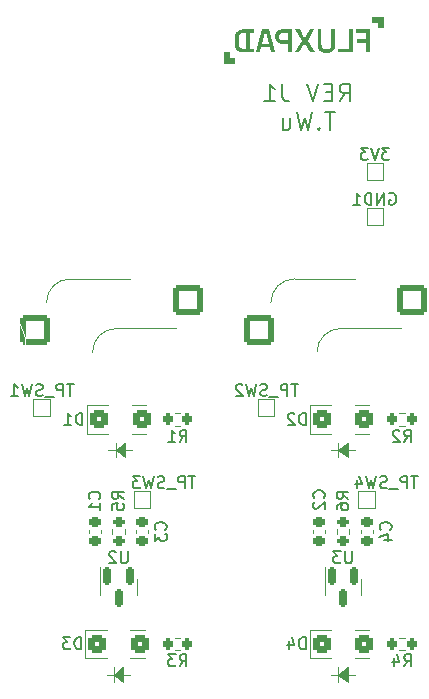
<source format=gbo>
%TF.GenerationSoftware,KiCad,Pcbnew,7.0.1*%
%TF.CreationDate,2023-03-19T16:45:44-04:00*%
%TF.ProjectId,Fluxpad,466c7578-7061-4642-9e6b-696361645f70,rev?*%
%TF.SameCoordinates,Original*%
%TF.FileFunction,Legend,Bot*%
%TF.FilePolarity,Positive*%
%FSLAX46Y46*%
G04 Gerber Fmt 4.6, Leading zero omitted, Abs format (unit mm)*
G04 Created by KiCad (PCBNEW 7.0.1) date 2023-03-19 16:45:44*
%MOMM*%
%LPD*%
G01*
G04 APERTURE LIST*
G04 Aperture macros list*
%AMRoundRect*
0 Rectangle with rounded corners*
0 $1 Rounding radius*
0 $2 $3 $4 $5 $6 $7 $8 $9 X,Y pos of 4 corners*
0 Add a 4 corners polygon primitive as box body*
4,1,4,$2,$3,$4,$5,$6,$7,$8,$9,$2,$3,0*
0 Add four circle primitives for the rounded corners*
1,1,$1+$1,$2,$3*
1,1,$1+$1,$4,$5*
1,1,$1+$1,$6,$7*
1,1,$1+$1,$8,$9*
0 Add four rect primitives between the rounded corners*
20,1,$1+$1,$2,$3,$4,$5,0*
20,1,$1+$1,$4,$5,$6,$7,0*
20,1,$1+$1,$6,$7,$8,$9,0*
20,1,$1+$1,$8,$9,$2,$3,0*%
G04 Aperture macros list end*
%ADD10C,0.000000*%
%ADD11C,0.175000*%
%ADD12C,0.200000*%
%ADD13C,0.150000*%
%ADD14C,0.120000*%
%ADD15C,0.100000*%
%ADD16C,1.448000*%
%ADD17C,1.750000*%
%ADD18RoundRect,0.150000X-0.150000X0.587500X-0.150000X-0.587500X0.150000X-0.587500X0.150000X0.587500X0*%
%ADD19RoundRect,0.250000X-1.025000X-1.000000X1.025000X-1.000000X1.025000X1.000000X-1.025000X1.000000X0*%
%ADD20C,3.050000*%
%ADD21C,4.000000*%
%ADD22C,2.800000*%
%ADD23C,2.000000*%
%ADD24R,2.000000X2.000000*%
%ADD25R,1.000000X1.000000*%
%ADD26RoundRect,0.200000X-0.200000X-0.275000X0.200000X-0.275000X0.200000X0.275000X-0.200000X0.275000X0*%
%ADD27RoundRect,0.225000X0.250000X-0.225000X0.250000X0.225000X-0.250000X0.225000X-0.250000X-0.225000X0*%
%ADD28RoundRect,0.200000X0.275000X-0.200000X0.275000X0.200000X-0.275000X0.200000X-0.275000X-0.200000X0*%
%ADD29RoundRect,0.300000X-0.450000X-0.500000X0.450000X-0.500000X0.450000X0.500000X-0.450000X0.500000X0*%
%ADD30O,2.000000X3.600000*%
%ADD31RoundRect,0.225000X-0.250000X0.225000X-0.250000X-0.225000X0.250000X-0.225000X0.250000X0.225000X0*%
%TA.AperFunction,Profile*%
%ADD32C,0.100000*%
%TD*%
G04 APERTURE END LIST*
D10*
G36*
X119900000Y-70400000D02*
G01*
X120400000Y-70400000D01*
X120400000Y-70900000D01*
X119400000Y-70900000D01*
X119400000Y-69900000D01*
X119900000Y-69900000D01*
X119900000Y-70400000D01*
G37*
G36*
X133000000Y-67900000D02*
G01*
X132500000Y-67900000D01*
X132500000Y-67400000D01*
X132000000Y-67400000D01*
X132000000Y-66900000D01*
X133000000Y-66900000D01*
X133000000Y-67900000D01*
G37*
D11*
G36*
X131809420Y-69930000D02*
G01*
X131809420Y-67970195D01*
X130588694Y-67970195D01*
X130588694Y-68275010D01*
X131470900Y-68275010D01*
X131470900Y-68793293D01*
X130659036Y-68793293D01*
X130659036Y-69101039D01*
X131470900Y-69101039D01*
X131470900Y-69930000D01*
X131809420Y-69930000D01*
G37*
G36*
X130312700Y-69930000D02*
G01*
X130312700Y-67970195D01*
X129974179Y-67970195D01*
X129974179Y-69624696D01*
X129055826Y-69624696D01*
X129055826Y-69930000D01*
X130312700Y-69930000D01*
G37*
G36*
X128102791Y-69969078D02*
G01*
X128131905Y-69968746D01*
X128160508Y-69967750D01*
X128188600Y-69966090D01*
X128216180Y-69963766D01*
X128243249Y-69960778D01*
X128269807Y-69957126D01*
X128295853Y-69952809D01*
X128321388Y-69947829D01*
X128346412Y-69942185D01*
X128370924Y-69935877D01*
X128394924Y-69928904D01*
X128418414Y-69921268D01*
X128441391Y-69912967D01*
X128463858Y-69904003D01*
X128485813Y-69894374D01*
X128507257Y-69884082D01*
X128528138Y-69873097D01*
X128548404Y-69861512D01*
X128568056Y-69849329D01*
X128587094Y-69836546D01*
X128605517Y-69823164D01*
X128623326Y-69809183D01*
X128640520Y-69794603D01*
X128657100Y-69779424D01*
X128673065Y-69763645D01*
X128688416Y-69747268D01*
X128703153Y-69730291D01*
X128717275Y-69712715D01*
X128730783Y-69694540D01*
X128743676Y-69675766D01*
X128755955Y-69656392D01*
X128767620Y-69636420D01*
X128778622Y-69615846D01*
X128788915Y-69594791D01*
X128798497Y-69573256D01*
X128807370Y-69551240D01*
X128815533Y-69528743D01*
X128822987Y-69505765D01*
X128829730Y-69482306D01*
X128835764Y-69458367D01*
X128841087Y-69433946D01*
X128845701Y-69409045D01*
X128849605Y-69383663D01*
X128852799Y-69357800D01*
X128855284Y-69331456D01*
X128857058Y-69304631D01*
X128858123Y-69277325D01*
X128858478Y-69249539D01*
X128858478Y-67970195D01*
X128522888Y-67970195D01*
X128522888Y-69257843D01*
X128522461Y-69282038D01*
X128521179Y-69305532D01*
X128519042Y-69328323D01*
X128516050Y-69350411D01*
X128512203Y-69371798D01*
X128507501Y-69392482D01*
X128501945Y-69412464D01*
X128495533Y-69431744D01*
X128488267Y-69450322D01*
X128480146Y-69468197D01*
X128466361Y-69493694D01*
X128450654Y-69517611D01*
X128433022Y-69539947D01*
X128413468Y-69560704D01*
X128392144Y-69579648D01*
X128369206Y-69596728D01*
X128344654Y-69611945D01*
X128318488Y-69625299D01*
X128300147Y-69633166D01*
X128281088Y-69640205D01*
X128261312Y-69646416D01*
X128240818Y-69651799D01*
X128219607Y-69656354D01*
X128197679Y-69660081D01*
X128175033Y-69662979D01*
X128151670Y-69665049D01*
X128127589Y-69666292D01*
X128102791Y-69666706D01*
X128077586Y-69666292D01*
X128053141Y-69665049D01*
X128029455Y-69662979D01*
X128006529Y-69660081D01*
X127984362Y-69656354D01*
X127962954Y-69651799D01*
X127942306Y-69646416D01*
X127922417Y-69640205D01*
X127903288Y-69633166D01*
X127884918Y-69625299D01*
X127867308Y-69616603D01*
X127842317Y-69602008D01*
X127819034Y-69585548D01*
X127797460Y-69567226D01*
X127790648Y-69560704D01*
X127771356Y-69539947D01*
X127753960Y-69517611D01*
X127738463Y-69493694D01*
X127724863Y-69468197D01*
X127716851Y-69450322D01*
X127709682Y-69431744D01*
X127703356Y-69412464D01*
X127697874Y-69392482D01*
X127693236Y-69371798D01*
X127689440Y-69350411D01*
X127686488Y-69328323D01*
X127684380Y-69305532D01*
X127683115Y-69282038D01*
X127682693Y-69257843D01*
X127682693Y-67970195D01*
X127346615Y-67970195D01*
X127346615Y-69249539D01*
X127346966Y-69277325D01*
X127348019Y-69304631D01*
X127349775Y-69331456D01*
X127352232Y-69357800D01*
X127355392Y-69383663D01*
X127359254Y-69409045D01*
X127363819Y-69433946D01*
X127369085Y-69458367D01*
X127375054Y-69482306D01*
X127381725Y-69505765D01*
X127389098Y-69528743D01*
X127397173Y-69551240D01*
X127405951Y-69573256D01*
X127415430Y-69594791D01*
X127425612Y-69615846D01*
X127436496Y-69636420D01*
X127447989Y-69656392D01*
X127460119Y-69675766D01*
X127472887Y-69694540D01*
X127486291Y-69712715D01*
X127500333Y-69730291D01*
X127515013Y-69747268D01*
X127530329Y-69763645D01*
X127546283Y-69779424D01*
X127562875Y-69794603D01*
X127580103Y-69809183D01*
X127597969Y-69823164D01*
X127616473Y-69836546D01*
X127635613Y-69849329D01*
X127655391Y-69861512D01*
X127675807Y-69873097D01*
X127696859Y-69884082D01*
X127718423Y-69894374D01*
X127740495Y-69904003D01*
X127763074Y-69912967D01*
X127786160Y-69921268D01*
X127809755Y-69928904D01*
X127833856Y-69935877D01*
X127858466Y-69942185D01*
X127883583Y-69947829D01*
X127909207Y-69952809D01*
X127935339Y-69957126D01*
X127961979Y-69960778D01*
X127989126Y-69963766D01*
X128016781Y-69966090D01*
X128044943Y-69967750D01*
X128073613Y-69968746D01*
X128102791Y-69969078D01*
G37*
G36*
X127095533Y-69930000D02*
G01*
X126504954Y-68941793D01*
X127087229Y-67970195D01*
X126703768Y-67970195D01*
X126286601Y-68703412D01*
X126238729Y-68703412D01*
X125824493Y-67970195D01*
X125438101Y-67970195D01*
X126020376Y-68941793D01*
X125432728Y-69930000D01*
X125816189Y-69930000D01*
X126238729Y-69179685D01*
X126286601Y-69179685D01*
X126709141Y-69930000D01*
X127095533Y-69930000D01*
G37*
G36*
X125171877Y-69930000D02*
G01*
X124833356Y-69930000D01*
X124833356Y-69196294D01*
X124379553Y-69196294D01*
X124357292Y-69196010D01*
X124335330Y-69195157D01*
X124313664Y-69193735D01*
X124292297Y-69191745D01*
X124271227Y-69189186D01*
X124250455Y-69186059D01*
X124229981Y-69182363D01*
X124209804Y-69178098D01*
X124189925Y-69173265D01*
X124170343Y-69167863D01*
X124151060Y-69161892D01*
X124132074Y-69155353D01*
X124113385Y-69148245D01*
X124094995Y-69140568D01*
X124076902Y-69132323D01*
X124059106Y-69123510D01*
X124050340Y-69118900D01*
X124033152Y-69109322D01*
X124008227Y-69094052D01*
X123984333Y-69077700D01*
X123961470Y-69060266D01*
X123939637Y-69041750D01*
X123918834Y-69022153D01*
X123899062Y-69001473D01*
X123880320Y-68979712D01*
X123862609Y-68956868D01*
X123845928Y-68932943D01*
X123835380Y-68916392D01*
X123825324Y-68899424D01*
X123815917Y-68882106D01*
X123807158Y-68864437D01*
X123799049Y-68846416D01*
X123791588Y-68828044D01*
X123784776Y-68809322D01*
X123778612Y-68790248D01*
X123773098Y-68770823D01*
X123768232Y-68751047D01*
X123764015Y-68730920D01*
X123760447Y-68710442D01*
X123757527Y-68689612D01*
X123755257Y-68668432D01*
X123753635Y-68646900D01*
X123752662Y-68625018D01*
X123752337Y-68602784D01*
X123752337Y-68597411D01*
X124091346Y-68597411D01*
X124091692Y-68614280D01*
X124093505Y-68638734D01*
X124096872Y-68662165D01*
X124101794Y-68684575D01*
X124108270Y-68705963D01*
X124116300Y-68726329D01*
X124125884Y-68745674D01*
X124137022Y-68763996D01*
X124149715Y-68781297D01*
X124163961Y-68797576D01*
X124179762Y-68812833D01*
X124190978Y-68822297D01*
X124208647Y-68835349D01*
X124227328Y-68847027D01*
X124247023Y-68857331D01*
X124267732Y-68866261D01*
X124289453Y-68873817D01*
X124312188Y-68880000D01*
X124335935Y-68884808D01*
X124360696Y-68888243D01*
X124386471Y-68890303D01*
X124413258Y-68890990D01*
X124833356Y-68890990D01*
X124833356Y-68275010D01*
X124413258Y-68275010D01*
X124394938Y-68275317D01*
X124368367Y-68276930D01*
X124342886Y-68279925D01*
X124318495Y-68284303D01*
X124295195Y-68290063D01*
X124272986Y-68297206D01*
X124251867Y-68305731D01*
X124231839Y-68315639D01*
X124212901Y-68326929D01*
X124195054Y-68339601D01*
X124178297Y-68353656D01*
X124167767Y-68363657D01*
X124153247Y-68379523D01*
X124140256Y-68396429D01*
X124128793Y-68414374D01*
X124118858Y-68433358D01*
X124110452Y-68453380D01*
X124103574Y-68474442D01*
X124098224Y-68496543D01*
X124094403Y-68519682D01*
X124092110Y-68543861D01*
X124091346Y-68569078D01*
X124091346Y-68597411D01*
X123752337Y-68597411D01*
X123752337Y-68563705D01*
X123752656Y-68541122D01*
X123753612Y-68518925D01*
X123755205Y-68497113D01*
X123757436Y-68475686D01*
X123760304Y-68454645D01*
X123763809Y-68433989D01*
X123767951Y-68413719D01*
X123772731Y-68393834D01*
X123778149Y-68374335D01*
X123784203Y-68355221D01*
X123790895Y-68336492D01*
X123798224Y-68318149D01*
X123806191Y-68300192D01*
X123819336Y-68273978D01*
X123833914Y-68248632D01*
X123849638Y-68224247D01*
X123866400Y-68200919D01*
X123884202Y-68178646D01*
X123903043Y-68157430D01*
X123922922Y-68137270D01*
X123943841Y-68118166D01*
X123965798Y-68100118D01*
X123988795Y-68083127D01*
X124012830Y-68067191D01*
X124037905Y-68052312D01*
X124055198Y-68042979D01*
X124072837Y-68034166D01*
X124090827Y-68025920D01*
X124109168Y-68018244D01*
X124127861Y-68011136D01*
X124146904Y-68004597D01*
X124166298Y-67998626D01*
X124186044Y-67993224D01*
X124206140Y-67988391D01*
X124226588Y-67984126D01*
X124247387Y-67980430D01*
X124268537Y-67977303D01*
X124290038Y-67974744D01*
X124311890Y-67972754D01*
X124334093Y-67971332D01*
X124356647Y-67970479D01*
X124379553Y-67970195D01*
X125171877Y-67970195D01*
X125171877Y-69930000D01*
G37*
G36*
X123775296Y-69930000D02*
G01*
X123428471Y-69930000D01*
X123310746Y-69482058D01*
X122579971Y-69482058D01*
X122462246Y-69930000D01*
X122114933Y-69930000D01*
X122322448Y-69173824D01*
X122658129Y-69173824D01*
X123232100Y-69173824D01*
X122969295Y-68180244D01*
X122921423Y-68180244D01*
X122658129Y-69173824D01*
X122322448Y-69173824D01*
X122652756Y-67970195D01*
X123237962Y-67970195D01*
X123775296Y-69930000D01*
G37*
G36*
X121930285Y-68266706D02*
G01*
X121667480Y-68266706D01*
X121667480Y-69633000D01*
X121930285Y-69633000D01*
X121930285Y-69930000D01*
X121132588Y-69930000D01*
X121108253Y-69929805D01*
X121084280Y-69929223D01*
X121060668Y-69928252D01*
X121037418Y-69926893D01*
X121014529Y-69925146D01*
X120992002Y-69923010D01*
X120969836Y-69920486D01*
X120948032Y-69917574D01*
X120926590Y-69914273D01*
X120905509Y-69910584D01*
X120884790Y-69906507D01*
X120864433Y-69902041D01*
X120844437Y-69897187D01*
X120824802Y-69891945D01*
X120805530Y-69886315D01*
X120786618Y-69880296D01*
X120749881Y-69867094D01*
X120714590Y-69852338D01*
X120680745Y-69836029D01*
X120648346Y-69818167D01*
X120617394Y-69798751D01*
X120587889Y-69777783D01*
X120559829Y-69755261D01*
X120533216Y-69731186D01*
X120520474Y-69718566D01*
X120496202Y-69692161D01*
X120473549Y-69664203D01*
X120452513Y-69634691D01*
X120433096Y-69603627D01*
X120415297Y-69571009D01*
X120399116Y-69536838D01*
X120384553Y-69501113D01*
X120377878Y-69482669D01*
X120371608Y-69463836D01*
X120365742Y-69444615D01*
X120360281Y-69425005D01*
X120355224Y-69405007D01*
X120350572Y-69384621D01*
X120346325Y-69363846D01*
X120342482Y-69342684D01*
X120339043Y-69321133D01*
X120336009Y-69299193D01*
X120333380Y-69276866D01*
X120331155Y-69254149D01*
X120329335Y-69231045D01*
X120327919Y-69207553D01*
X120326908Y-69183672D01*
X120326301Y-69159402D01*
X120326190Y-69145980D01*
X120662177Y-69145980D01*
X120662625Y-69174617D01*
X120663970Y-69202400D01*
X120666212Y-69229328D01*
X120669351Y-69255401D01*
X120673387Y-69280619D01*
X120678320Y-69304982D01*
X120684149Y-69328490D01*
X120690875Y-69351144D01*
X120698498Y-69372943D01*
X120707018Y-69393886D01*
X120716435Y-69413975D01*
X120726748Y-69433210D01*
X120737959Y-69451589D01*
X120750066Y-69469113D01*
X120763070Y-69485783D01*
X120776971Y-69501598D01*
X120791801Y-69516504D01*
X120807593Y-69530449D01*
X120824346Y-69543432D01*
X120842061Y-69555453D01*
X120860738Y-69566513D01*
X120880377Y-69576611D01*
X120900977Y-69585747D01*
X120922539Y-69593921D01*
X120945063Y-69601134D01*
X120968549Y-69607385D01*
X120992996Y-69612675D01*
X121018405Y-69617002D01*
X121044775Y-69620368D01*
X121072108Y-69622773D01*
X121100402Y-69624215D01*
X121129657Y-69624696D01*
X121331402Y-69624696D01*
X121331402Y-68275010D01*
X121129657Y-68275010D01*
X121100402Y-68275487D01*
X121072108Y-68276918D01*
X121044775Y-68279303D01*
X121018405Y-68282643D01*
X120992996Y-68286936D01*
X120968549Y-68292183D01*
X120945063Y-68298385D01*
X120922539Y-68305540D01*
X120900977Y-68313650D01*
X120880377Y-68322714D01*
X120860738Y-68332731D01*
X120842061Y-68343703D01*
X120824346Y-68355629D01*
X120807593Y-68368509D01*
X120791801Y-68382343D01*
X120776971Y-68397131D01*
X120763070Y-68412790D01*
X120750066Y-68429356D01*
X120737959Y-68446831D01*
X120726748Y-68465214D01*
X120716435Y-68484505D01*
X120707018Y-68504705D01*
X120698498Y-68525813D01*
X120690875Y-68547829D01*
X120684149Y-68570754D01*
X120678320Y-68594586D01*
X120673387Y-68619328D01*
X120669351Y-68644977D01*
X120666212Y-68671534D01*
X120663970Y-68699000D01*
X120662625Y-68727374D01*
X120662177Y-68756657D01*
X120662177Y-69145980D01*
X120326190Y-69145980D01*
X120326098Y-69134745D01*
X120326098Y-68764961D01*
X120326301Y-68740334D01*
X120326908Y-68716093D01*
X120327919Y-68692241D01*
X120329335Y-68668775D01*
X120331155Y-68645697D01*
X120333380Y-68623006D01*
X120336009Y-68600703D01*
X120339043Y-68578787D01*
X120342482Y-68557258D01*
X120346325Y-68536117D01*
X120350572Y-68515363D01*
X120355224Y-68494996D01*
X120360281Y-68475017D01*
X120365742Y-68455425D01*
X120371608Y-68436221D01*
X120377878Y-68417404D01*
X120391632Y-68380931D01*
X120407004Y-68346008D01*
X120423994Y-68312635D01*
X120442602Y-68280811D01*
X120462829Y-68250536D01*
X120484673Y-68221811D01*
X120508136Y-68194635D01*
X120533216Y-68169009D01*
X120546342Y-68156777D01*
X120573678Y-68133478D01*
X120602461Y-68111733D01*
X120632690Y-68091541D01*
X120664365Y-68072902D01*
X120697486Y-68055817D01*
X120732054Y-68040284D01*
X120768069Y-68026305D01*
X120786618Y-68019898D01*
X120805530Y-68013880D01*
X120824802Y-68008249D01*
X120844437Y-68003007D01*
X120864433Y-67998153D01*
X120884790Y-67993688D01*
X120905509Y-67989610D01*
X120926590Y-67985921D01*
X120948032Y-67982621D01*
X120969836Y-67979708D01*
X120992002Y-67977184D01*
X121014529Y-67975049D01*
X121037418Y-67973301D01*
X121060668Y-67971942D01*
X121084280Y-67970972D01*
X121108253Y-67970389D01*
X121132588Y-67970195D01*
X121930285Y-67970195D01*
X121930285Y-68266706D01*
G37*
D12*
X129214285Y-74078928D02*
X129714285Y-73364642D01*
X130071428Y-74078928D02*
X130071428Y-72578928D01*
X130071428Y-72578928D02*
X129499999Y-72578928D01*
X129499999Y-72578928D02*
X129357142Y-72650357D01*
X129357142Y-72650357D02*
X129285713Y-72721785D01*
X129285713Y-72721785D02*
X129214285Y-72864642D01*
X129214285Y-72864642D02*
X129214285Y-73078928D01*
X129214285Y-73078928D02*
X129285713Y-73221785D01*
X129285713Y-73221785D02*
X129357142Y-73293214D01*
X129357142Y-73293214D02*
X129499999Y-73364642D01*
X129499999Y-73364642D02*
X130071428Y-73364642D01*
X128571428Y-73293214D02*
X128071428Y-73293214D01*
X127857142Y-74078928D02*
X128571428Y-74078928D01*
X128571428Y-74078928D02*
X128571428Y-72578928D01*
X128571428Y-72578928D02*
X127857142Y-72578928D01*
X127428570Y-72578928D02*
X126928570Y-74078928D01*
X126928570Y-74078928D02*
X126428570Y-72578928D01*
X124357142Y-72578928D02*
X124357142Y-73650357D01*
X124357142Y-73650357D02*
X124428571Y-73864642D01*
X124428571Y-73864642D02*
X124571428Y-74007500D01*
X124571428Y-74007500D02*
X124785714Y-74078928D01*
X124785714Y-74078928D02*
X124928571Y-74078928D01*
X122857142Y-74078928D02*
X123714285Y-74078928D01*
X123285714Y-74078928D02*
X123285714Y-72578928D01*
X123285714Y-72578928D02*
X123428571Y-72793214D01*
X123428571Y-72793214D02*
X123571428Y-72936071D01*
X123571428Y-72936071D02*
X123714285Y-73007500D01*
X128821428Y-75008928D02*
X127964286Y-75008928D01*
X128392857Y-76508928D02*
X128392857Y-75008928D01*
X127464286Y-76366071D02*
X127392857Y-76437500D01*
X127392857Y-76437500D02*
X127464286Y-76508928D01*
X127464286Y-76508928D02*
X127535714Y-76437500D01*
X127535714Y-76437500D02*
X127464286Y-76366071D01*
X127464286Y-76366071D02*
X127464286Y-76508928D01*
X126892857Y-75008928D02*
X126535714Y-76508928D01*
X126535714Y-76508928D02*
X126250000Y-75437500D01*
X126250000Y-75437500D02*
X125964285Y-76508928D01*
X125964285Y-76508928D02*
X125607143Y-75008928D01*
X124392857Y-75508928D02*
X124392857Y-76508928D01*
X125035714Y-75508928D02*
X125035714Y-76294642D01*
X125035714Y-76294642D02*
X124964285Y-76437500D01*
X124964285Y-76437500D02*
X124821428Y-76508928D01*
X124821428Y-76508928D02*
X124607142Y-76508928D01*
X124607142Y-76508928D02*
X124464285Y-76437500D01*
X124464285Y-76437500D02*
X124392857Y-76366071D01*
D13*
%TO.C,U2*%
X111261904Y-112162619D02*
X111261904Y-112972142D01*
X111261904Y-112972142D02*
X111214285Y-113067380D01*
X111214285Y-113067380D02*
X111166666Y-113115000D01*
X111166666Y-113115000D02*
X111071428Y-113162619D01*
X111071428Y-113162619D02*
X110880952Y-113162619D01*
X110880952Y-113162619D02*
X110785714Y-113115000D01*
X110785714Y-113115000D02*
X110738095Y-113067380D01*
X110738095Y-113067380D02*
X110690476Y-112972142D01*
X110690476Y-112972142D02*
X110690476Y-112162619D01*
X110261904Y-112257857D02*
X110214285Y-112210238D01*
X110214285Y-112210238D02*
X110119047Y-112162619D01*
X110119047Y-112162619D02*
X109880952Y-112162619D01*
X109880952Y-112162619D02*
X109785714Y-112210238D01*
X109785714Y-112210238D02*
X109738095Y-112257857D01*
X109738095Y-112257857D02*
X109690476Y-112353095D01*
X109690476Y-112353095D02*
X109690476Y-112448333D01*
X109690476Y-112448333D02*
X109738095Y-112591190D01*
X109738095Y-112591190D02*
X110309523Y-113162619D01*
X110309523Y-113162619D02*
X109690476Y-113162619D01*
%TO.C,U3*%
X130261904Y-112162619D02*
X130261904Y-112972142D01*
X130261904Y-112972142D02*
X130214285Y-113067380D01*
X130214285Y-113067380D02*
X130166666Y-113115000D01*
X130166666Y-113115000D02*
X130071428Y-113162619D01*
X130071428Y-113162619D02*
X129880952Y-113162619D01*
X129880952Y-113162619D02*
X129785714Y-113115000D01*
X129785714Y-113115000D02*
X129738095Y-113067380D01*
X129738095Y-113067380D02*
X129690476Y-112972142D01*
X129690476Y-112972142D02*
X129690476Y-112162619D01*
X129309523Y-112162619D02*
X128690476Y-112162619D01*
X128690476Y-112162619D02*
X129023809Y-112543571D01*
X129023809Y-112543571D02*
X128880952Y-112543571D01*
X128880952Y-112543571D02*
X128785714Y-112591190D01*
X128785714Y-112591190D02*
X128738095Y-112638809D01*
X128738095Y-112638809D02*
X128690476Y-112734047D01*
X128690476Y-112734047D02*
X128690476Y-112972142D01*
X128690476Y-112972142D02*
X128738095Y-113067380D01*
X128738095Y-113067380D02*
X128785714Y-113115000D01*
X128785714Y-113115000D02*
X128880952Y-113162619D01*
X128880952Y-113162619D02*
X129166666Y-113162619D01*
X129166666Y-113162619D02*
X129261904Y-113115000D01*
X129261904Y-113115000D02*
X129309523Y-113067380D01*
%TO.C,TP_SW4*%
X135840475Y-105812619D02*
X135269047Y-105812619D01*
X135554761Y-106812619D02*
X135554761Y-105812619D01*
X134935713Y-106812619D02*
X134935713Y-105812619D01*
X134935713Y-105812619D02*
X134554761Y-105812619D01*
X134554761Y-105812619D02*
X134459523Y-105860238D01*
X134459523Y-105860238D02*
X134411904Y-105907857D01*
X134411904Y-105907857D02*
X134364285Y-106003095D01*
X134364285Y-106003095D02*
X134364285Y-106145952D01*
X134364285Y-106145952D02*
X134411904Y-106241190D01*
X134411904Y-106241190D02*
X134459523Y-106288809D01*
X134459523Y-106288809D02*
X134554761Y-106336428D01*
X134554761Y-106336428D02*
X134935713Y-106336428D01*
X134173809Y-106907857D02*
X133411904Y-106907857D01*
X133221427Y-106765000D02*
X133078570Y-106812619D01*
X133078570Y-106812619D02*
X132840475Y-106812619D01*
X132840475Y-106812619D02*
X132745237Y-106765000D01*
X132745237Y-106765000D02*
X132697618Y-106717380D01*
X132697618Y-106717380D02*
X132649999Y-106622142D01*
X132649999Y-106622142D02*
X132649999Y-106526904D01*
X132649999Y-106526904D02*
X132697618Y-106431666D01*
X132697618Y-106431666D02*
X132745237Y-106384047D01*
X132745237Y-106384047D02*
X132840475Y-106336428D01*
X132840475Y-106336428D02*
X133030951Y-106288809D01*
X133030951Y-106288809D02*
X133126189Y-106241190D01*
X133126189Y-106241190D02*
X133173808Y-106193571D01*
X133173808Y-106193571D02*
X133221427Y-106098333D01*
X133221427Y-106098333D02*
X133221427Y-106003095D01*
X133221427Y-106003095D02*
X133173808Y-105907857D01*
X133173808Y-105907857D02*
X133126189Y-105860238D01*
X133126189Y-105860238D02*
X133030951Y-105812619D01*
X133030951Y-105812619D02*
X132792856Y-105812619D01*
X132792856Y-105812619D02*
X132649999Y-105860238D01*
X132316665Y-105812619D02*
X132078570Y-106812619D01*
X132078570Y-106812619D02*
X131888094Y-106098333D01*
X131888094Y-106098333D02*
X131697618Y-106812619D01*
X131697618Y-106812619D02*
X131459523Y-105812619D01*
X130649999Y-106145952D02*
X130649999Y-106812619D01*
X130888094Y-105765000D02*
X131126189Y-106479285D01*
X131126189Y-106479285D02*
X130507142Y-106479285D01*
%TO.C,TP_SW1*%
X106690475Y-98014619D02*
X106119047Y-98014619D01*
X106404761Y-99014619D02*
X106404761Y-98014619D01*
X105785713Y-99014619D02*
X105785713Y-98014619D01*
X105785713Y-98014619D02*
X105404761Y-98014619D01*
X105404761Y-98014619D02*
X105309523Y-98062238D01*
X105309523Y-98062238D02*
X105261904Y-98109857D01*
X105261904Y-98109857D02*
X105214285Y-98205095D01*
X105214285Y-98205095D02*
X105214285Y-98347952D01*
X105214285Y-98347952D02*
X105261904Y-98443190D01*
X105261904Y-98443190D02*
X105309523Y-98490809D01*
X105309523Y-98490809D02*
X105404761Y-98538428D01*
X105404761Y-98538428D02*
X105785713Y-98538428D01*
X105023809Y-99109857D02*
X104261904Y-99109857D01*
X104071427Y-98967000D02*
X103928570Y-99014619D01*
X103928570Y-99014619D02*
X103690475Y-99014619D01*
X103690475Y-99014619D02*
X103595237Y-98967000D01*
X103595237Y-98967000D02*
X103547618Y-98919380D01*
X103547618Y-98919380D02*
X103499999Y-98824142D01*
X103499999Y-98824142D02*
X103499999Y-98728904D01*
X103499999Y-98728904D02*
X103547618Y-98633666D01*
X103547618Y-98633666D02*
X103595237Y-98586047D01*
X103595237Y-98586047D02*
X103690475Y-98538428D01*
X103690475Y-98538428D02*
X103880951Y-98490809D01*
X103880951Y-98490809D02*
X103976189Y-98443190D01*
X103976189Y-98443190D02*
X104023808Y-98395571D01*
X104023808Y-98395571D02*
X104071427Y-98300333D01*
X104071427Y-98300333D02*
X104071427Y-98205095D01*
X104071427Y-98205095D02*
X104023808Y-98109857D01*
X104023808Y-98109857D02*
X103976189Y-98062238D01*
X103976189Y-98062238D02*
X103880951Y-98014619D01*
X103880951Y-98014619D02*
X103642856Y-98014619D01*
X103642856Y-98014619D02*
X103499999Y-98062238D01*
X103166665Y-98014619D02*
X102928570Y-99014619D01*
X102928570Y-99014619D02*
X102738094Y-98300333D01*
X102738094Y-98300333D02*
X102547618Y-99014619D01*
X102547618Y-99014619D02*
X102309523Y-98014619D01*
X101404761Y-99014619D02*
X101976189Y-99014619D01*
X101690475Y-99014619D02*
X101690475Y-98014619D01*
X101690475Y-98014619D02*
X101785713Y-98157476D01*
X101785713Y-98157476D02*
X101880951Y-98252714D01*
X101880951Y-98252714D02*
X101976189Y-98300333D01*
%TO.C,R1*%
X115666666Y-102892619D02*
X115999999Y-102416428D01*
X116238094Y-102892619D02*
X116238094Y-101892619D01*
X116238094Y-101892619D02*
X115857142Y-101892619D01*
X115857142Y-101892619D02*
X115761904Y-101940238D01*
X115761904Y-101940238D02*
X115714285Y-101987857D01*
X115714285Y-101987857D02*
X115666666Y-102083095D01*
X115666666Y-102083095D02*
X115666666Y-102225952D01*
X115666666Y-102225952D02*
X115714285Y-102321190D01*
X115714285Y-102321190D02*
X115761904Y-102368809D01*
X115761904Y-102368809D02*
X115857142Y-102416428D01*
X115857142Y-102416428D02*
X116238094Y-102416428D01*
X114714285Y-102892619D02*
X115285713Y-102892619D01*
X114999999Y-102892619D02*
X114999999Y-101892619D01*
X114999999Y-101892619D02*
X115095237Y-102035476D01*
X115095237Y-102035476D02*
X115190475Y-102130714D01*
X115190475Y-102130714D02*
X115285713Y-102178333D01*
%TO.C,C2*%
X127867380Y-107633333D02*
X127915000Y-107585714D01*
X127915000Y-107585714D02*
X127962619Y-107442857D01*
X127962619Y-107442857D02*
X127962619Y-107347619D01*
X127962619Y-107347619D02*
X127915000Y-107204762D01*
X127915000Y-107204762D02*
X127819761Y-107109524D01*
X127819761Y-107109524D02*
X127724523Y-107061905D01*
X127724523Y-107061905D02*
X127534047Y-107014286D01*
X127534047Y-107014286D02*
X127391190Y-107014286D01*
X127391190Y-107014286D02*
X127200714Y-107061905D01*
X127200714Y-107061905D02*
X127105476Y-107109524D01*
X127105476Y-107109524D02*
X127010238Y-107204762D01*
X127010238Y-107204762D02*
X126962619Y-107347619D01*
X126962619Y-107347619D02*
X126962619Y-107442857D01*
X126962619Y-107442857D02*
X127010238Y-107585714D01*
X127010238Y-107585714D02*
X127057857Y-107633333D01*
X127057857Y-108014286D02*
X127010238Y-108061905D01*
X127010238Y-108061905D02*
X126962619Y-108157143D01*
X126962619Y-108157143D02*
X126962619Y-108395238D01*
X126962619Y-108395238D02*
X127010238Y-108490476D01*
X127010238Y-108490476D02*
X127057857Y-108538095D01*
X127057857Y-108538095D02*
X127153095Y-108585714D01*
X127153095Y-108585714D02*
X127248333Y-108585714D01*
X127248333Y-108585714D02*
X127391190Y-108538095D01*
X127391190Y-108538095D02*
X127962619Y-107966667D01*
X127962619Y-107966667D02*
X127962619Y-108585714D01*
%TO.C,R2*%
X134666666Y-102892619D02*
X134999999Y-102416428D01*
X135238094Y-102892619D02*
X135238094Y-101892619D01*
X135238094Y-101892619D02*
X134857142Y-101892619D01*
X134857142Y-101892619D02*
X134761904Y-101940238D01*
X134761904Y-101940238D02*
X134714285Y-101987857D01*
X134714285Y-101987857D02*
X134666666Y-102083095D01*
X134666666Y-102083095D02*
X134666666Y-102225952D01*
X134666666Y-102225952D02*
X134714285Y-102321190D01*
X134714285Y-102321190D02*
X134761904Y-102368809D01*
X134761904Y-102368809D02*
X134857142Y-102416428D01*
X134857142Y-102416428D02*
X135238094Y-102416428D01*
X134285713Y-101987857D02*
X134238094Y-101940238D01*
X134238094Y-101940238D02*
X134142856Y-101892619D01*
X134142856Y-101892619D02*
X133904761Y-101892619D01*
X133904761Y-101892619D02*
X133809523Y-101940238D01*
X133809523Y-101940238D02*
X133761904Y-101987857D01*
X133761904Y-101987857D02*
X133714285Y-102083095D01*
X133714285Y-102083095D02*
X133714285Y-102178333D01*
X133714285Y-102178333D02*
X133761904Y-102321190D01*
X133761904Y-102321190D02*
X134333332Y-102892619D01*
X134333332Y-102892619D02*
X133714285Y-102892619D01*
%TO.C,R5*%
X110962619Y-107733333D02*
X110486428Y-107400000D01*
X110962619Y-107161905D02*
X109962619Y-107161905D01*
X109962619Y-107161905D02*
X109962619Y-107542857D01*
X109962619Y-107542857D02*
X110010238Y-107638095D01*
X110010238Y-107638095D02*
X110057857Y-107685714D01*
X110057857Y-107685714D02*
X110153095Y-107733333D01*
X110153095Y-107733333D02*
X110295952Y-107733333D01*
X110295952Y-107733333D02*
X110391190Y-107685714D01*
X110391190Y-107685714D02*
X110438809Y-107638095D01*
X110438809Y-107638095D02*
X110486428Y-107542857D01*
X110486428Y-107542857D02*
X110486428Y-107161905D01*
X109962619Y-108638095D02*
X109962619Y-108161905D01*
X109962619Y-108161905D02*
X110438809Y-108114286D01*
X110438809Y-108114286D02*
X110391190Y-108161905D01*
X110391190Y-108161905D02*
X110343571Y-108257143D01*
X110343571Y-108257143D02*
X110343571Y-108495238D01*
X110343571Y-108495238D02*
X110391190Y-108590476D01*
X110391190Y-108590476D02*
X110438809Y-108638095D01*
X110438809Y-108638095D02*
X110534047Y-108685714D01*
X110534047Y-108685714D02*
X110772142Y-108685714D01*
X110772142Y-108685714D02*
X110867380Y-108638095D01*
X110867380Y-108638095D02*
X110915000Y-108590476D01*
X110915000Y-108590476D02*
X110962619Y-108495238D01*
X110962619Y-108495238D02*
X110962619Y-108257143D01*
X110962619Y-108257143D02*
X110915000Y-108161905D01*
X110915000Y-108161905D02*
X110867380Y-108114286D01*
%TO.C,D2*%
X126338094Y-101462619D02*
X126338094Y-100462619D01*
X126338094Y-100462619D02*
X126099999Y-100462619D01*
X126099999Y-100462619D02*
X125957142Y-100510238D01*
X125957142Y-100510238D02*
X125861904Y-100605476D01*
X125861904Y-100605476D02*
X125814285Y-100700714D01*
X125814285Y-100700714D02*
X125766666Y-100891190D01*
X125766666Y-100891190D02*
X125766666Y-101034047D01*
X125766666Y-101034047D02*
X125814285Y-101224523D01*
X125814285Y-101224523D02*
X125861904Y-101319761D01*
X125861904Y-101319761D02*
X125957142Y-101415000D01*
X125957142Y-101415000D02*
X126099999Y-101462619D01*
X126099999Y-101462619D02*
X126338094Y-101462619D01*
X125385713Y-100557857D02*
X125338094Y-100510238D01*
X125338094Y-100510238D02*
X125242856Y-100462619D01*
X125242856Y-100462619D02*
X125004761Y-100462619D01*
X125004761Y-100462619D02*
X124909523Y-100510238D01*
X124909523Y-100510238D02*
X124861904Y-100557857D01*
X124861904Y-100557857D02*
X124814285Y-100653095D01*
X124814285Y-100653095D02*
X124814285Y-100748333D01*
X124814285Y-100748333D02*
X124861904Y-100891190D01*
X124861904Y-100891190D02*
X125433332Y-101462619D01*
X125433332Y-101462619D02*
X124814285Y-101462619D01*
%TO.C,D3*%
X107338094Y-120462619D02*
X107338094Y-119462619D01*
X107338094Y-119462619D02*
X107099999Y-119462619D01*
X107099999Y-119462619D02*
X106957142Y-119510238D01*
X106957142Y-119510238D02*
X106861904Y-119605476D01*
X106861904Y-119605476D02*
X106814285Y-119700714D01*
X106814285Y-119700714D02*
X106766666Y-119891190D01*
X106766666Y-119891190D02*
X106766666Y-120034047D01*
X106766666Y-120034047D02*
X106814285Y-120224523D01*
X106814285Y-120224523D02*
X106861904Y-120319761D01*
X106861904Y-120319761D02*
X106957142Y-120415000D01*
X106957142Y-120415000D02*
X107099999Y-120462619D01*
X107099999Y-120462619D02*
X107338094Y-120462619D01*
X106433332Y-119462619D02*
X105814285Y-119462619D01*
X105814285Y-119462619D02*
X106147618Y-119843571D01*
X106147618Y-119843571D02*
X106004761Y-119843571D01*
X106004761Y-119843571D02*
X105909523Y-119891190D01*
X105909523Y-119891190D02*
X105861904Y-119938809D01*
X105861904Y-119938809D02*
X105814285Y-120034047D01*
X105814285Y-120034047D02*
X105814285Y-120272142D01*
X105814285Y-120272142D02*
X105861904Y-120367380D01*
X105861904Y-120367380D02*
X105909523Y-120415000D01*
X105909523Y-120415000D02*
X106004761Y-120462619D01*
X106004761Y-120462619D02*
X106290475Y-120462619D01*
X106290475Y-120462619D02*
X106385713Y-120415000D01*
X106385713Y-120415000D02*
X106433332Y-120367380D01*
%TO.C,TP_SW3*%
X116990475Y-105812619D02*
X116419047Y-105812619D01*
X116704761Y-106812619D02*
X116704761Y-105812619D01*
X116085713Y-106812619D02*
X116085713Y-105812619D01*
X116085713Y-105812619D02*
X115704761Y-105812619D01*
X115704761Y-105812619D02*
X115609523Y-105860238D01*
X115609523Y-105860238D02*
X115561904Y-105907857D01*
X115561904Y-105907857D02*
X115514285Y-106003095D01*
X115514285Y-106003095D02*
X115514285Y-106145952D01*
X115514285Y-106145952D02*
X115561904Y-106241190D01*
X115561904Y-106241190D02*
X115609523Y-106288809D01*
X115609523Y-106288809D02*
X115704761Y-106336428D01*
X115704761Y-106336428D02*
X116085713Y-106336428D01*
X115323809Y-106907857D02*
X114561904Y-106907857D01*
X114371427Y-106765000D02*
X114228570Y-106812619D01*
X114228570Y-106812619D02*
X113990475Y-106812619D01*
X113990475Y-106812619D02*
X113895237Y-106765000D01*
X113895237Y-106765000D02*
X113847618Y-106717380D01*
X113847618Y-106717380D02*
X113799999Y-106622142D01*
X113799999Y-106622142D02*
X113799999Y-106526904D01*
X113799999Y-106526904D02*
X113847618Y-106431666D01*
X113847618Y-106431666D02*
X113895237Y-106384047D01*
X113895237Y-106384047D02*
X113990475Y-106336428D01*
X113990475Y-106336428D02*
X114180951Y-106288809D01*
X114180951Y-106288809D02*
X114276189Y-106241190D01*
X114276189Y-106241190D02*
X114323808Y-106193571D01*
X114323808Y-106193571D02*
X114371427Y-106098333D01*
X114371427Y-106098333D02*
X114371427Y-106003095D01*
X114371427Y-106003095D02*
X114323808Y-105907857D01*
X114323808Y-105907857D02*
X114276189Y-105860238D01*
X114276189Y-105860238D02*
X114180951Y-105812619D01*
X114180951Y-105812619D02*
X113942856Y-105812619D01*
X113942856Y-105812619D02*
X113799999Y-105860238D01*
X113466665Y-105812619D02*
X113228570Y-106812619D01*
X113228570Y-106812619D02*
X113038094Y-106098333D01*
X113038094Y-106098333D02*
X112847618Y-106812619D01*
X112847618Y-106812619D02*
X112609523Y-105812619D01*
X112323808Y-105812619D02*
X111704761Y-105812619D01*
X111704761Y-105812619D02*
X112038094Y-106193571D01*
X112038094Y-106193571D02*
X111895237Y-106193571D01*
X111895237Y-106193571D02*
X111799999Y-106241190D01*
X111799999Y-106241190D02*
X111752380Y-106288809D01*
X111752380Y-106288809D02*
X111704761Y-106384047D01*
X111704761Y-106384047D02*
X111704761Y-106622142D01*
X111704761Y-106622142D02*
X111752380Y-106717380D01*
X111752380Y-106717380D02*
X111799999Y-106765000D01*
X111799999Y-106765000D02*
X111895237Y-106812619D01*
X111895237Y-106812619D02*
X112180951Y-106812619D01*
X112180951Y-106812619D02*
X112276189Y-106765000D01*
X112276189Y-106765000D02*
X112323808Y-106717380D01*
%TO.C,R6*%
X129962619Y-107733333D02*
X129486428Y-107400000D01*
X129962619Y-107161905D02*
X128962619Y-107161905D01*
X128962619Y-107161905D02*
X128962619Y-107542857D01*
X128962619Y-107542857D02*
X129010238Y-107638095D01*
X129010238Y-107638095D02*
X129057857Y-107685714D01*
X129057857Y-107685714D02*
X129153095Y-107733333D01*
X129153095Y-107733333D02*
X129295952Y-107733333D01*
X129295952Y-107733333D02*
X129391190Y-107685714D01*
X129391190Y-107685714D02*
X129438809Y-107638095D01*
X129438809Y-107638095D02*
X129486428Y-107542857D01*
X129486428Y-107542857D02*
X129486428Y-107161905D01*
X128962619Y-108590476D02*
X128962619Y-108400000D01*
X128962619Y-108400000D02*
X129010238Y-108304762D01*
X129010238Y-108304762D02*
X129057857Y-108257143D01*
X129057857Y-108257143D02*
X129200714Y-108161905D01*
X129200714Y-108161905D02*
X129391190Y-108114286D01*
X129391190Y-108114286D02*
X129772142Y-108114286D01*
X129772142Y-108114286D02*
X129867380Y-108161905D01*
X129867380Y-108161905D02*
X129915000Y-108209524D01*
X129915000Y-108209524D02*
X129962619Y-108304762D01*
X129962619Y-108304762D02*
X129962619Y-108495238D01*
X129962619Y-108495238D02*
X129915000Y-108590476D01*
X129915000Y-108590476D02*
X129867380Y-108638095D01*
X129867380Y-108638095D02*
X129772142Y-108685714D01*
X129772142Y-108685714D02*
X129534047Y-108685714D01*
X129534047Y-108685714D02*
X129438809Y-108638095D01*
X129438809Y-108638095D02*
X129391190Y-108590476D01*
X129391190Y-108590476D02*
X129343571Y-108495238D01*
X129343571Y-108495238D02*
X129343571Y-108304762D01*
X129343571Y-108304762D02*
X129391190Y-108209524D01*
X129391190Y-108209524D02*
X129438809Y-108161905D01*
X129438809Y-108161905D02*
X129534047Y-108114286D01*
%TO.C,C4*%
X133517380Y-110333333D02*
X133565000Y-110285714D01*
X133565000Y-110285714D02*
X133612619Y-110142857D01*
X133612619Y-110142857D02*
X133612619Y-110047619D01*
X133612619Y-110047619D02*
X133565000Y-109904762D01*
X133565000Y-109904762D02*
X133469761Y-109809524D01*
X133469761Y-109809524D02*
X133374523Y-109761905D01*
X133374523Y-109761905D02*
X133184047Y-109714286D01*
X133184047Y-109714286D02*
X133041190Y-109714286D01*
X133041190Y-109714286D02*
X132850714Y-109761905D01*
X132850714Y-109761905D02*
X132755476Y-109809524D01*
X132755476Y-109809524D02*
X132660238Y-109904762D01*
X132660238Y-109904762D02*
X132612619Y-110047619D01*
X132612619Y-110047619D02*
X132612619Y-110142857D01*
X132612619Y-110142857D02*
X132660238Y-110285714D01*
X132660238Y-110285714D02*
X132707857Y-110333333D01*
X132945952Y-111190476D02*
X133612619Y-111190476D01*
X132565000Y-110952381D02*
X133279285Y-110714286D01*
X133279285Y-110714286D02*
X133279285Y-111333333D01*
%TO.C,D4*%
X126338094Y-120462619D02*
X126338094Y-119462619D01*
X126338094Y-119462619D02*
X126099999Y-119462619D01*
X126099999Y-119462619D02*
X125957142Y-119510238D01*
X125957142Y-119510238D02*
X125861904Y-119605476D01*
X125861904Y-119605476D02*
X125814285Y-119700714D01*
X125814285Y-119700714D02*
X125766666Y-119891190D01*
X125766666Y-119891190D02*
X125766666Y-120034047D01*
X125766666Y-120034047D02*
X125814285Y-120224523D01*
X125814285Y-120224523D02*
X125861904Y-120319761D01*
X125861904Y-120319761D02*
X125957142Y-120415000D01*
X125957142Y-120415000D02*
X126099999Y-120462619D01*
X126099999Y-120462619D02*
X126338094Y-120462619D01*
X124909523Y-119795952D02*
X124909523Y-120462619D01*
X125147618Y-119415000D02*
X125385713Y-120129285D01*
X125385713Y-120129285D02*
X124766666Y-120129285D01*
%TO.C,TP_SW2*%
X125690475Y-98014619D02*
X125119047Y-98014619D01*
X125404761Y-99014619D02*
X125404761Y-98014619D01*
X124785713Y-99014619D02*
X124785713Y-98014619D01*
X124785713Y-98014619D02*
X124404761Y-98014619D01*
X124404761Y-98014619D02*
X124309523Y-98062238D01*
X124309523Y-98062238D02*
X124261904Y-98109857D01*
X124261904Y-98109857D02*
X124214285Y-98205095D01*
X124214285Y-98205095D02*
X124214285Y-98347952D01*
X124214285Y-98347952D02*
X124261904Y-98443190D01*
X124261904Y-98443190D02*
X124309523Y-98490809D01*
X124309523Y-98490809D02*
X124404761Y-98538428D01*
X124404761Y-98538428D02*
X124785713Y-98538428D01*
X124023809Y-99109857D02*
X123261904Y-99109857D01*
X123071427Y-98967000D02*
X122928570Y-99014619D01*
X122928570Y-99014619D02*
X122690475Y-99014619D01*
X122690475Y-99014619D02*
X122595237Y-98967000D01*
X122595237Y-98967000D02*
X122547618Y-98919380D01*
X122547618Y-98919380D02*
X122499999Y-98824142D01*
X122499999Y-98824142D02*
X122499999Y-98728904D01*
X122499999Y-98728904D02*
X122547618Y-98633666D01*
X122547618Y-98633666D02*
X122595237Y-98586047D01*
X122595237Y-98586047D02*
X122690475Y-98538428D01*
X122690475Y-98538428D02*
X122880951Y-98490809D01*
X122880951Y-98490809D02*
X122976189Y-98443190D01*
X122976189Y-98443190D02*
X123023808Y-98395571D01*
X123023808Y-98395571D02*
X123071427Y-98300333D01*
X123071427Y-98300333D02*
X123071427Y-98205095D01*
X123071427Y-98205095D02*
X123023808Y-98109857D01*
X123023808Y-98109857D02*
X122976189Y-98062238D01*
X122976189Y-98062238D02*
X122880951Y-98014619D01*
X122880951Y-98014619D02*
X122642856Y-98014619D01*
X122642856Y-98014619D02*
X122499999Y-98062238D01*
X122166665Y-98014619D02*
X121928570Y-99014619D01*
X121928570Y-99014619D02*
X121738094Y-98300333D01*
X121738094Y-98300333D02*
X121547618Y-99014619D01*
X121547618Y-99014619D02*
X121309523Y-98014619D01*
X120976189Y-98109857D02*
X120928570Y-98062238D01*
X120928570Y-98062238D02*
X120833332Y-98014619D01*
X120833332Y-98014619D02*
X120595237Y-98014619D01*
X120595237Y-98014619D02*
X120499999Y-98062238D01*
X120499999Y-98062238D02*
X120452380Y-98109857D01*
X120452380Y-98109857D02*
X120404761Y-98205095D01*
X120404761Y-98205095D02*
X120404761Y-98300333D01*
X120404761Y-98300333D02*
X120452380Y-98443190D01*
X120452380Y-98443190D02*
X121023808Y-99014619D01*
X121023808Y-99014619D02*
X120404761Y-99014619D01*
%TO.C,C3*%
X114467380Y-110333333D02*
X114515000Y-110285714D01*
X114515000Y-110285714D02*
X114562619Y-110142857D01*
X114562619Y-110142857D02*
X114562619Y-110047619D01*
X114562619Y-110047619D02*
X114515000Y-109904762D01*
X114515000Y-109904762D02*
X114419761Y-109809524D01*
X114419761Y-109809524D02*
X114324523Y-109761905D01*
X114324523Y-109761905D02*
X114134047Y-109714286D01*
X114134047Y-109714286D02*
X113991190Y-109714286D01*
X113991190Y-109714286D02*
X113800714Y-109761905D01*
X113800714Y-109761905D02*
X113705476Y-109809524D01*
X113705476Y-109809524D02*
X113610238Y-109904762D01*
X113610238Y-109904762D02*
X113562619Y-110047619D01*
X113562619Y-110047619D02*
X113562619Y-110142857D01*
X113562619Y-110142857D02*
X113610238Y-110285714D01*
X113610238Y-110285714D02*
X113657857Y-110333333D01*
X113562619Y-110666667D02*
X113562619Y-111285714D01*
X113562619Y-111285714D02*
X113943571Y-110952381D01*
X113943571Y-110952381D02*
X113943571Y-111095238D01*
X113943571Y-111095238D02*
X113991190Y-111190476D01*
X113991190Y-111190476D02*
X114038809Y-111238095D01*
X114038809Y-111238095D02*
X114134047Y-111285714D01*
X114134047Y-111285714D02*
X114372142Y-111285714D01*
X114372142Y-111285714D02*
X114467380Y-111238095D01*
X114467380Y-111238095D02*
X114515000Y-111190476D01*
X114515000Y-111190476D02*
X114562619Y-111095238D01*
X114562619Y-111095238D02*
X114562619Y-110809524D01*
X114562619Y-110809524D02*
X114515000Y-110714286D01*
X114515000Y-110714286D02*
X114467380Y-110666667D01*
%TO.C,D1*%
X107438094Y-101462619D02*
X107438094Y-100462619D01*
X107438094Y-100462619D02*
X107199999Y-100462619D01*
X107199999Y-100462619D02*
X107057142Y-100510238D01*
X107057142Y-100510238D02*
X106961904Y-100605476D01*
X106961904Y-100605476D02*
X106914285Y-100700714D01*
X106914285Y-100700714D02*
X106866666Y-100891190D01*
X106866666Y-100891190D02*
X106866666Y-101034047D01*
X106866666Y-101034047D02*
X106914285Y-101224523D01*
X106914285Y-101224523D02*
X106961904Y-101319761D01*
X106961904Y-101319761D02*
X107057142Y-101415000D01*
X107057142Y-101415000D02*
X107199999Y-101462619D01*
X107199999Y-101462619D02*
X107438094Y-101462619D01*
X105914285Y-101462619D02*
X106485713Y-101462619D01*
X106199999Y-101462619D02*
X106199999Y-100462619D01*
X106199999Y-100462619D02*
X106295237Y-100605476D01*
X106295237Y-100605476D02*
X106390475Y-100700714D01*
X106390475Y-100700714D02*
X106485713Y-100748333D01*
%TO.C,R3*%
X115666666Y-121892619D02*
X115999999Y-121416428D01*
X116238094Y-121892619D02*
X116238094Y-120892619D01*
X116238094Y-120892619D02*
X115857142Y-120892619D01*
X115857142Y-120892619D02*
X115761904Y-120940238D01*
X115761904Y-120940238D02*
X115714285Y-120987857D01*
X115714285Y-120987857D02*
X115666666Y-121083095D01*
X115666666Y-121083095D02*
X115666666Y-121225952D01*
X115666666Y-121225952D02*
X115714285Y-121321190D01*
X115714285Y-121321190D02*
X115761904Y-121368809D01*
X115761904Y-121368809D02*
X115857142Y-121416428D01*
X115857142Y-121416428D02*
X116238094Y-121416428D01*
X115333332Y-120892619D02*
X114714285Y-120892619D01*
X114714285Y-120892619D02*
X115047618Y-121273571D01*
X115047618Y-121273571D02*
X114904761Y-121273571D01*
X114904761Y-121273571D02*
X114809523Y-121321190D01*
X114809523Y-121321190D02*
X114761904Y-121368809D01*
X114761904Y-121368809D02*
X114714285Y-121464047D01*
X114714285Y-121464047D02*
X114714285Y-121702142D01*
X114714285Y-121702142D02*
X114761904Y-121797380D01*
X114761904Y-121797380D02*
X114809523Y-121845000D01*
X114809523Y-121845000D02*
X114904761Y-121892619D01*
X114904761Y-121892619D02*
X115190475Y-121892619D01*
X115190475Y-121892619D02*
X115285713Y-121845000D01*
X115285713Y-121845000D02*
X115333332Y-121797380D01*
%TO.C,C1*%
X108867380Y-107733333D02*
X108915000Y-107685714D01*
X108915000Y-107685714D02*
X108962619Y-107542857D01*
X108962619Y-107542857D02*
X108962619Y-107447619D01*
X108962619Y-107447619D02*
X108915000Y-107304762D01*
X108915000Y-107304762D02*
X108819761Y-107209524D01*
X108819761Y-107209524D02*
X108724523Y-107161905D01*
X108724523Y-107161905D02*
X108534047Y-107114286D01*
X108534047Y-107114286D02*
X108391190Y-107114286D01*
X108391190Y-107114286D02*
X108200714Y-107161905D01*
X108200714Y-107161905D02*
X108105476Y-107209524D01*
X108105476Y-107209524D02*
X108010238Y-107304762D01*
X108010238Y-107304762D02*
X107962619Y-107447619D01*
X107962619Y-107447619D02*
X107962619Y-107542857D01*
X107962619Y-107542857D02*
X108010238Y-107685714D01*
X108010238Y-107685714D02*
X108057857Y-107733333D01*
X108962619Y-108685714D02*
X108962619Y-108114286D01*
X108962619Y-108400000D02*
X107962619Y-108400000D01*
X107962619Y-108400000D02*
X108105476Y-108304762D01*
X108105476Y-108304762D02*
X108200714Y-108209524D01*
X108200714Y-108209524D02*
X108248333Y-108114286D01*
%TO.C,GND1*%
X133438095Y-81862238D02*
X133533333Y-81814619D01*
X133533333Y-81814619D02*
X133676190Y-81814619D01*
X133676190Y-81814619D02*
X133819047Y-81862238D01*
X133819047Y-81862238D02*
X133914285Y-81957476D01*
X133914285Y-81957476D02*
X133961904Y-82052714D01*
X133961904Y-82052714D02*
X134009523Y-82243190D01*
X134009523Y-82243190D02*
X134009523Y-82386047D01*
X134009523Y-82386047D02*
X133961904Y-82576523D01*
X133961904Y-82576523D02*
X133914285Y-82671761D01*
X133914285Y-82671761D02*
X133819047Y-82767000D01*
X133819047Y-82767000D02*
X133676190Y-82814619D01*
X133676190Y-82814619D02*
X133580952Y-82814619D01*
X133580952Y-82814619D02*
X133438095Y-82767000D01*
X133438095Y-82767000D02*
X133390476Y-82719380D01*
X133390476Y-82719380D02*
X133390476Y-82386047D01*
X133390476Y-82386047D02*
X133580952Y-82386047D01*
X132961904Y-82814619D02*
X132961904Y-81814619D01*
X132961904Y-81814619D02*
X132390476Y-82814619D01*
X132390476Y-82814619D02*
X132390476Y-81814619D01*
X131914285Y-82814619D02*
X131914285Y-81814619D01*
X131914285Y-81814619D02*
X131676190Y-81814619D01*
X131676190Y-81814619D02*
X131533333Y-81862238D01*
X131533333Y-81862238D02*
X131438095Y-81957476D01*
X131438095Y-81957476D02*
X131390476Y-82052714D01*
X131390476Y-82052714D02*
X131342857Y-82243190D01*
X131342857Y-82243190D02*
X131342857Y-82386047D01*
X131342857Y-82386047D02*
X131390476Y-82576523D01*
X131390476Y-82576523D02*
X131438095Y-82671761D01*
X131438095Y-82671761D02*
X131533333Y-82767000D01*
X131533333Y-82767000D02*
X131676190Y-82814619D01*
X131676190Y-82814619D02*
X131914285Y-82814619D01*
X130390476Y-82814619D02*
X130961904Y-82814619D01*
X130676190Y-82814619D02*
X130676190Y-81814619D01*
X130676190Y-81814619D02*
X130771428Y-81957476D01*
X130771428Y-81957476D02*
X130866666Y-82052714D01*
X130866666Y-82052714D02*
X130961904Y-82100333D01*
%TO.C,3V3*%
X133438094Y-78014619D02*
X132819047Y-78014619D01*
X132819047Y-78014619D02*
X133152380Y-78395571D01*
X133152380Y-78395571D02*
X133009523Y-78395571D01*
X133009523Y-78395571D02*
X132914285Y-78443190D01*
X132914285Y-78443190D02*
X132866666Y-78490809D01*
X132866666Y-78490809D02*
X132819047Y-78586047D01*
X132819047Y-78586047D02*
X132819047Y-78824142D01*
X132819047Y-78824142D02*
X132866666Y-78919380D01*
X132866666Y-78919380D02*
X132914285Y-78967000D01*
X132914285Y-78967000D02*
X133009523Y-79014619D01*
X133009523Y-79014619D02*
X133295237Y-79014619D01*
X133295237Y-79014619D02*
X133390475Y-78967000D01*
X133390475Y-78967000D02*
X133438094Y-78919380D01*
X132533332Y-78014619D02*
X132199999Y-79014619D01*
X132199999Y-79014619D02*
X131866666Y-78014619D01*
X131628570Y-78014619D02*
X131009523Y-78014619D01*
X131009523Y-78014619D02*
X131342856Y-78395571D01*
X131342856Y-78395571D02*
X131199999Y-78395571D01*
X131199999Y-78395571D02*
X131104761Y-78443190D01*
X131104761Y-78443190D02*
X131057142Y-78490809D01*
X131057142Y-78490809D02*
X131009523Y-78586047D01*
X131009523Y-78586047D02*
X131009523Y-78824142D01*
X131009523Y-78824142D02*
X131057142Y-78919380D01*
X131057142Y-78919380D02*
X131104761Y-78967000D01*
X131104761Y-78967000D02*
X131199999Y-79014619D01*
X131199999Y-79014619D02*
X131485713Y-79014619D01*
X131485713Y-79014619D02*
X131580951Y-78967000D01*
X131580951Y-78967000D02*
X131628570Y-78919380D01*
%TO.C,R4*%
X134666666Y-121892619D02*
X134999999Y-121416428D01*
X135238094Y-121892619D02*
X135238094Y-120892619D01*
X135238094Y-120892619D02*
X134857142Y-120892619D01*
X134857142Y-120892619D02*
X134761904Y-120940238D01*
X134761904Y-120940238D02*
X134714285Y-120987857D01*
X134714285Y-120987857D02*
X134666666Y-121083095D01*
X134666666Y-121083095D02*
X134666666Y-121225952D01*
X134666666Y-121225952D02*
X134714285Y-121321190D01*
X134714285Y-121321190D02*
X134761904Y-121368809D01*
X134761904Y-121368809D02*
X134857142Y-121416428D01*
X134857142Y-121416428D02*
X135238094Y-121416428D01*
X133809523Y-121225952D02*
X133809523Y-121892619D01*
X134047618Y-120845000D02*
X134285713Y-121559285D01*
X134285713Y-121559285D02*
X133666666Y-121559285D01*
D14*
%TO.C,U2*%
X112060000Y-115200000D02*
X112060000Y-114550000D01*
X112060000Y-115200000D02*
X112060000Y-115850000D01*
X108940000Y-115200000D02*
X108940000Y-113525000D01*
X108940000Y-115200000D02*
X108940000Y-115850000D01*
%TO.C,U3*%
X131060000Y-115200000D02*
X131060000Y-114550000D01*
X131060000Y-115200000D02*
X131060000Y-115850000D01*
X127940000Y-115200000D02*
X127940000Y-113525000D01*
X127940000Y-115200000D02*
X127940000Y-115850000D01*
%TO.C,SW2*%
X129300000Y-93300000D02*
G75*
G03*
X127300000Y-95300000I-1J-1999999D01*
G01*
X125400000Y-89100000D02*
G75*
G03*
X123400000Y-91100000I-1J-1999999D01*
G01*
X129300000Y-93300000D02*
X134400000Y-93300000D01*
X125400000Y-89100000D02*
X130500000Y-89100000D01*
%TO.C,SW1*%
X106400000Y-89100000D02*
X111500000Y-89100000D01*
X110300000Y-93300000D02*
X115400000Y-93300000D01*
X106400000Y-89100000D02*
G75*
G03*
X104400000Y-91100000I-1J-1999999D01*
G01*
X110300000Y-93300000D02*
G75*
G03*
X108300000Y-95300000I-1J-1999999D01*
G01*
%TO.C,TP_SW4*%
X130800000Y-107100000D02*
X130800000Y-108500000D01*
X132200000Y-107100000D02*
X130800000Y-107100000D01*
X132200000Y-108500000D02*
X132200000Y-107100000D01*
X130800000Y-108500000D02*
X132200000Y-108500000D01*
%TO.C,TP_SW1*%
X104700000Y-99300000D02*
X103300000Y-99300000D01*
X103300000Y-100700000D02*
X104700000Y-100700000D01*
X103300000Y-99300000D02*
X103300000Y-100700000D01*
X104700000Y-100700000D02*
X104700000Y-99300000D01*
%TO.C,R1*%
X115262742Y-100477500D02*
X115737258Y-100477500D01*
X115262742Y-101522500D02*
X115737258Y-101522500D01*
%TO.C,C2*%
X126990000Y-110640580D02*
X126990000Y-110359420D01*
X128010000Y-110640580D02*
X128010000Y-110359420D01*
%TO.C,R2*%
X134262742Y-101522500D02*
X134737258Y-101522500D01*
X134262742Y-100477500D02*
X134737258Y-100477500D01*
%TO.C,R5*%
X109977500Y-110737258D02*
X109977500Y-110262742D01*
X111022500Y-110737258D02*
X111022500Y-110262742D01*
%TO.C,D2*%
D15*
X129900000Y-104200000D02*
X129100000Y-103600000D01*
X129900000Y-103000000D01*
X129900000Y-104200000D01*
G36*
X129900000Y-104200000D02*
G01*
X129100000Y-103600000D01*
X129900000Y-103000000D01*
X129900000Y-104200000D01*
G37*
D14*
X128500000Y-102200000D02*
X126700000Y-102200000D01*
X129100000Y-104200000D02*
X129100000Y-103000000D01*
X129100000Y-103600000D02*
X128500000Y-103600000D01*
X130500000Y-102200000D02*
X131700000Y-102200000D01*
X126700000Y-102200000D02*
X126700000Y-99800000D01*
X130500000Y-99800000D02*
X131700000Y-99800000D01*
X129900000Y-103600000D02*
X130500000Y-103600000D01*
X126700000Y-99800000D02*
X128500000Y-99800000D01*
%TO.C,D3*%
D15*
X110900000Y-123200000D02*
X110100000Y-122600000D01*
X110900000Y-122000000D01*
X110900000Y-123200000D01*
G36*
X110900000Y-123200000D02*
G01*
X110100000Y-122600000D01*
X110900000Y-122000000D01*
X110900000Y-123200000D01*
G37*
D14*
X107700000Y-121200000D02*
X107700000Y-118800000D01*
X110100000Y-122600000D02*
X109500000Y-122600000D01*
X110100000Y-123200000D02*
X110100000Y-122000000D01*
X111500000Y-121200000D02*
X112700000Y-121200000D01*
X107700000Y-118800000D02*
X109500000Y-118800000D01*
X111500000Y-118800000D02*
X112700000Y-118800000D01*
X110900000Y-122600000D02*
X111500000Y-122600000D01*
X109500000Y-121200000D02*
X107700000Y-121200000D01*
%TO.C,TP_SW3*%
X111800000Y-108500000D02*
X113200000Y-108500000D01*
X113200000Y-107100000D02*
X111800000Y-107100000D01*
X113200000Y-108500000D02*
X113200000Y-107100000D01*
X111800000Y-107100000D02*
X111800000Y-108500000D01*
%TO.C,R6*%
X128977500Y-110737258D02*
X128977500Y-110262742D01*
X130022500Y-110737258D02*
X130022500Y-110262742D01*
%TO.C,C4*%
X130990000Y-110359420D02*
X130990000Y-110640580D01*
X132010000Y-110359420D02*
X132010000Y-110640580D01*
%TO.C,D4*%
D15*
X129900000Y-123200000D02*
X129100000Y-122600000D01*
X129900000Y-122000000D01*
X129900000Y-123200000D01*
G36*
X129900000Y-123200000D02*
G01*
X129100000Y-122600000D01*
X129900000Y-122000000D01*
X129900000Y-123200000D01*
G37*
D14*
X130500000Y-121200000D02*
X131700000Y-121200000D01*
X130500000Y-118800000D02*
X131700000Y-118800000D01*
X129100000Y-123200000D02*
X129100000Y-122000000D01*
X129100000Y-122600000D02*
X128500000Y-122600000D01*
X129900000Y-122600000D02*
X130500000Y-122600000D01*
X126700000Y-118800000D02*
X128500000Y-118800000D01*
X128500000Y-121200000D02*
X126700000Y-121200000D01*
X126700000Y-121200000D02*
X126700000Y-118800000D01*
%TO.C,TP_SW2*%
X123700000Y-99300000D02*
X122300000Y-99300000D01*
X122300000Y-100700000D02*
X123700000Y-100700000D01*
X122300000Y-99300000D02*
X122300000Y-100700000D01*
X123700000Y-100700000D02*
X123700000Y-99300000D01*
%TO.C,C3*%
X111990000Y-110359420D02*
X111990000Y-110640580D01*
X113010000Y-110359420D02*
X113010000Y-110640580D01*
%TO.C,D1*%
D15*
X111050000Y-104200000D02*
X110250000Y-103600000D01*
X111050000Y-103000000D01*
X111050000Y-104200000D01*
G36*
X111050000Y-104200000D02*
G01*
X110250000Y-103600000D01*
X111050000Y-103000000D01*
X111050000Y-104200000D01*
G37*
D14*
X110250000Y-103600000D02*
X109650000Y-103600000D01*
X111050000Y-103600000D02*
X111650000Y-103600000D01*
X109650000Y-102200000D02*
X107850000Y-102200000D01*
X110250000Y-104200000D02*
X110250000Y-103000000D01*
X107850000Y-102200000D02*
X107850000Y-99800000D01*
X107850000Y-99800000D02*
X109650000Y-99800000D01*
X111650000Y-99800000D02*
X112850000Y-99800000D01*
X111650000Y-102200000D02*
X112850000Y-102200000D01*
%TO.C,R3*%
X115262742Y-119477500D02*
X115737258Y-119477500D01*
X115262742Y-120522500D02*
X115737258Y-120522500D01*
%TO.C,C1*%
X109010000Y-110640580D02*
X109010000Y-110359420D01*
X107990000Y-110640580D02*
X107990000Y-110359420D01*
%TO.C,GND1*%
X131500000Y-83100000D02*
X131500000Y-84500000D01*
X132900000Y-84500000D02*
X132900000Y-83100000D01*
X132900000Y-83100000D02*
X131500000Y-83100000D01*
X131500000Y-84500000D02*
X132900000Y-84500000D01*
%TO.C,3V3*%
X132900000Y-79300000D02*
X131500000Y-79300000D01*
X131500000Y-79300000D02*
X131500000Y-80700000D01*
X131500000Y-80700000D02*
X132900000Y-80700000D01*
X132900000Y-80700000D02*
X132900000Y-79300000D01*
%TO.C,R4*%
X134262742Y-120522500D02*
X134737258Y-120522500D01*
X134262742Y-119477500D02*
X134737258Y-119477500D01*
%TD*%
%LPC*%
D16*
%TO.C,H3*%
X102500000Y-105000000D03*
%TD*%
%TO.C,H2*%
X137500000Y-123000000D03*
%TD*%
%TO.C,H1*%
X102500000Y-67000000D03*
%TD*%
D17*
%TO.C,U2*%
X115580000Y-115000000D03*
X105420000Y-115000000D03*
D18*
X109550000Y-114262500D03*
X111450000Y-114262500D03*
X110500000Y-116137500D03*
%TD*%
D17*
%TO.C,U3*%
X134580000Y-115000000D03*
X124420000Y-115000000D03*
D18*
X128550000Y-114262500D03*
X130450000Y-114262500D03*
X129500000Y-116137500D03*
%TD*%
D19*
%TO.C,SW2*%
X135342000Y-90920000D03*
X122415000Y-93460000D03*
D17*
X134580000Y-96000000D03*
D20*
X132040000Y-90920000D03*
D21*
X129500000Y-96000000D03*
D20*
X125690000Y-93460000D03*
D17*
X124420000Y-96000000D03*
%TD*%
%TO.C,SW1*%
X105420000Y-96000000D03*
D20*
X106690000Y-93460000D03*
D21*
X110500000Y-96000000D03*
D20*
X113040000Y-90920000D03*
D17*
X115580000Y-96000000D03*
D19*
X103415000Y-93460000D03*
X116342000Y-90920000D03*
%TD*%
D22*
%TO.C,SW3*%
X116100000Y-75950000D03*
X104900000Y-75950000D03*
D23*
X110500000Y-68450000D03*
X108000000Y-68450000D03*
D24*
X113000000Y-68450000D03*
%TD*%
D25*
%TO.C,TP_SW4*%
X131500000Y-107800000D03*
%TD*%
%TO.C,TP_SW1*%
X104000000Y-100000000D03*
%TD*%
D26*
%TO.C,R1*%
X114675000Y-101000000D03*
X116325000Y-101000000D03*
%TD*%
D27*
%TO.C,C2*%
X127500000Y-111275000D03*
X127500000Y-109725000D03*
%TD*%
D26*
%TO.C,R2*%
X133675000Y-101000000D03*
X135325000Y-101000000D03*
%TD*%
D28*
%TO.C,R5*%
X110500000Y-111325000D03*
X110500000Y-109675000D03*
%TD*%
D29*
%TO.C,D2*%
X131300000Y-101000000D03*
X127700000Y-101000000D03*
D30*
X129500000Y-101000000D03*
%TD*%
D29*
%TO.C,D3*%
X112300000Y-120000000D03*
X108700000Y-120000000D03*
D30*
X110500000Y-120000000D03*
%TD*%
D25*
%TO.C,TP_SW3*%
X112500000Y-107800000D03*
%TD*%
D28*
%TO.C,R6*%
X129500000Y-111325000D03*
X129500000Y-109675000D03*
%TD*%
D31*
%TO.C,C4*%
X131500000Y-109725000D03*
X131500000Y-111275000D03*
%TD*%
D29*
%TO.C,D4*%
X131300000Y-120000000D03*
X127700000Y-120000000D03*
D30*
X129500000Y-120000000D03*
%TD*%
D25*
%TO.C,TP_SW2*%
X123000000Y-100000000D03*
%TD*%
D31*
%TO.C,C3*%
X112500000Y-109725000D03*
X112500000Y-111275000D03*
%TD*%
D29*
%TO.C,D1*%
X112450000Y-101000000D03*
X108850000Y-101000000D03*
D30*
X110650000Y-101000000D03*
%TD*%
D26*
%TO.C,R3*%
X114675000Y-120000000D03*
X116325000Y-120000000D03*
%TD*%
D27*
%TO.C,C1*%
X108500000Y-111275000D03*
X108500000Y-109725000D03*
%TD*%
D25*
%TO.C,GND1*%
X132200000Y-83800000D03*
%TD*%
%TO.C,3V3*%
X132200000Y-80000000D03*
%TD*%
D26*
%TO.C,R4*%
X133675000Y-120000000D03*
X135325000Y-120000000D03*
%TD*%
D32*
X102500000Y-65000000D02*
G75*
G03*
X100500000Y-67000000I0J-2000000D01*
G01*
X139499998Y-99247352D02*
G75*
G03*
X139076923Y-98430554I-1000016J-8D01*
G01*
X100923077Y-98430554D02*
G75*
G03*
X100923077Y-91569446I-2423077J3430554D01*
G01*
X100923078Y-98430555D02*
G75*
G03*
X100500000Y-99247352I576940J-816808D01*
G01*
X139076923Y-91569446D02*
G75*
G03*
X139076923Y-98430554I2423077J-3430554D01*
G01*
X100500000Y-67000000D02*
X100500000Y-90752648D01*
X102500000Y-125000000D02*
X137500000Y-125000000D01*
X139500000Y-67000000D02*
G75*
G03*
X137500000Y-65000000I-2000000J0D01*
G01*
X100500002Y-90752648D02*
G75*
G03*
X100923078Y-91569445I1000017J9D01*
G01*
X139500000Y-90752648D02*
X139500000Y-67000000D01*
X137500000Y-65000000D02*
X102500000Y-65000000D01*
X137500000Y-125000000D02*
G75*
G03*
X139500000Y-123000000I0J2000000D01*
G01*
X100500000Y-99247352D02*
X100500000Y-123000000D01*
X100500000Y-123000000D02*
G75*
G03*
X102500000Y-125000000I2000000J0D01*
G01*
X139500000Y-123000000D02*
X139500000Y-99247352D01*
X139076922Y-91569445D02*
G75*
G03*
X139500000Y-90752648I-577098J816890D01*
G01*
M02*

</source>
